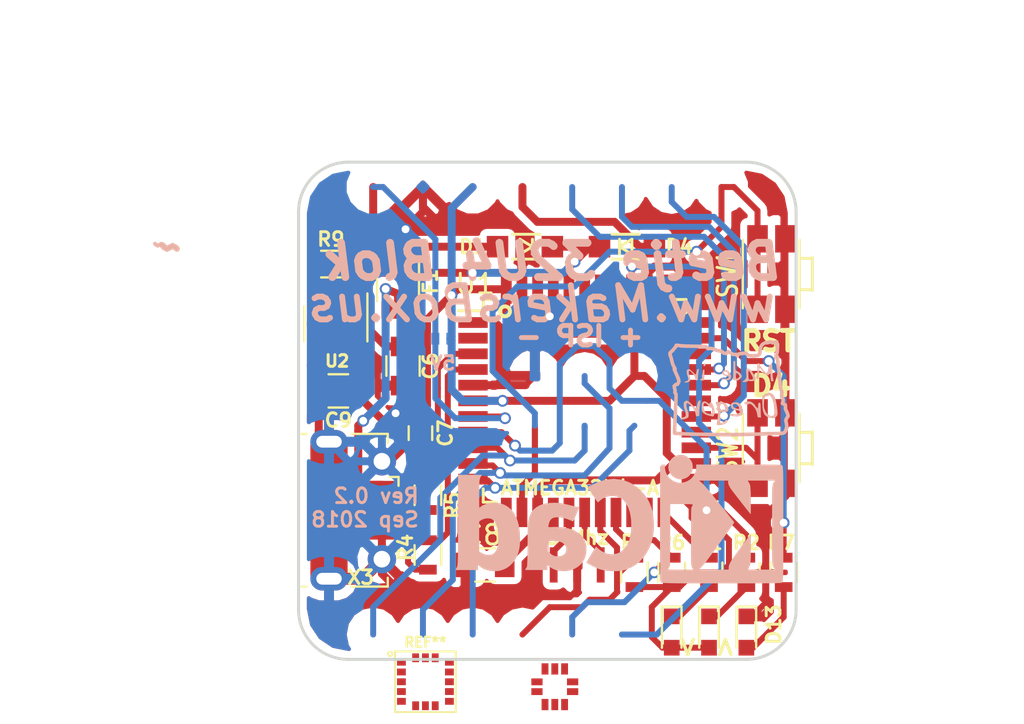
<source format=kicad_pcb>
(kicad_pcb (version 4) (host pcbnew 4.0.7)
  (title_block (title "Beetje 32U4 Blok") (date 2018-08-10) (rev 0.0) (company www.MakersBox.us) (comment 1 648.ken@gmail.com))
  (layers (0 F.Cu signal) (31 B.Cu signal hide) (34 B.Paste user) (35 F.Paste user) (36 B.SilkS user) (37 F.SilkS user) (38 B.Mask user) (39 F.Mask user) (44 Edge.Cuts user))
  (net 0 "")
  (net 1 GND)
  (net 2 /AREF)
  (net 3 VBUS)
  (net 4 +BATT)
  (net 5 /D4)
  (net 6 /D6)
  (net 7 /D8)
  (net 8 /D13)
  (net 9 /D12)
  (net 10 /D11)
  (net 11 /D10)
  (net 12 /D9)
  (net 13 /D7)
  (net 14 /SCL)
  (net 15 /SDA)
  (net 16 /D1)
  (net 17 /D0)
  (net 18 /A0)
  (net 19 /A1)
  (net 20 /A2)
  (net 21 /A3)
  (net 22 /A4)
  (net 23 /A5)
  (net 24 /SCK)
  (net 25 /MOSI)
  (net 26 /MISO)
  (net 27 "Net-(R4-Pad2)")
  (net 28 "Net-(R5-Pad2)")
  (net 29 "Net-(R9-Pad1)")
  (net 30 "Net-(U1-Pad2)")
  (net 31 "Net-(U1-Pad16)")
  (net 32 "Net-(U1-Pad17)")
  (net 33 /D5)
  (net 34 "Net-(U2-Pad4)")
  (net 35 "Net-(X3-Pad4)")
  (net 36 /RXLED)
  (net 37 /TXLED)
  (net 38 /VHI)
  (net 39 /~RESET)
  (net 40 /D+)
  (net 41 /D-)
  (net 42 VCC)
  (net 43 "Net-(D13-Pad2)")
  (net 44 "Net-(F1-Pad2)")
  (net 45 "Net-(D3-Pad1)")
  (net 46 "Net-(D5-Pad1)")
  (module footprints:EVQ-P7A (layer F.Cu) (at 166.37 100.965 90)
    (fp_text reference SW2 (at -0.127 -2.2225 90) (layer F.SilkS) (effects (font (size 1 0.8))))
    (fp_text value D4 (at 3.175 0 180) (layer F.SilkS) (effects (font (thickness 0.25))))
    (pad 2 smd rect (at 1.8 0.725 90) (size 1.4 1.05) (layers F.Cu F.Paste F.Mask) (net 1 GND))
    (pad 2 smd rect (at -1.8 0.725 90) (size 1.4 1.05) (layers F.Cu F.Paste F.Mask) (net 1 GND))
    (pad 1 smd rect (at 1.8 -0.7 90) (size 1.4 1.05) (layers F.Cu F.Paste F.Mask) (net 5 /D4))
    (pad 1 smd rect (at -1.8 -0.7 90) (size 1.4 1.05) (layers F.Cu F.Paste F.Mask) (net 5 /D4))
  )
  (module footprints:D_SOD-123F (layer F.Cu) (at 159.004 90.678)
    (fp_text reference D4 (at 2.667 0) (layer F.SilkS) (effects (font (size 0.7 0.7))))
    (fp_text value MBR120)
    (pad 1 smd rect (at -1.4 0) (size 1.1 1.1) (layers F.Cu F.Paste F.Mask) (net 38 /VHI))
    (pad 2 smd rect (at 1.4 0) (size 1.1 1.1) (layers F.Cu F.Paste F.Mask) (net 4 +BATT))
  )
  (module footprints:D_SOD-123F (layer F.Cu) (at 153.797 90.678 180)
    (fp_text reference D1 (at 2.667 0 180) (layer F.SilkS) (effects (font (size 0.7 0.7))))
    (fp_text value MBR120)
    (pad 1 smd rect (at -1.4 0 180) (size 1.1 1.1) (layers F.Cu F.Paste F.Mask) (net 38 /VHI))
    (pad 2 smd rect (at 1.4 0 180) (size 1.1 1.1) (layers F.Cu F.Paste F.Mask) (net 3 VBUS))
  )
  (module footprints:Jumper (layer B.Cu) (at 149.606 95.377 180)
    (fp_text reference JMP1 hide)
    (fp_text value 5V (at 0 -1.25 180) (layer B.SilkS) (effects (font (size 0.7 0.7)) (justify mirror)))
    (pad 1 smd rect (at -0.381 0 180) (size 0.4 0.6) (layers B.Cu B.Paste B.Mask) (net 42 VCC))
    (pad 2 smd rect (at 0.381 0 180) (size 0.4 0.6) (layers B.Cu B.Paste B.Mask) (net 3 VBUS))
  )
  (module footprints:LED_0603 (layer F.Cu) (at 161.29 110.363 270)
    (fp_text reference D3 hide)
    (fp_text value TX hide)
    (pad 2 smd rect (at 0.8 0 90) (size 0.8 0.8) (layers F.Cu F.Paste F.Mask) (net 42 VCC))
    (pad 1 smd rect (at -0.8 0 90) (size 0.8 0.8) (layers F.Cu F.Paste F.Mask) (net 45 "Net-(D3-Pad1)"))
  )
  (module footprints:Resonator_SMD_CTSC_1.3mmx3.2mm (layer F.Cu) (at 156.464 106.934 180)
    (fp_text reference Y1 hide)
    (fp_text value "8 Mhz" (at 0 1.397 180) (layer F.SilkS) (effects (font (size 0.7 0.7))))
    (pad 1 smd rect (at -1.2 0 180) (size 0.4 1.8) (layers F.Cu F.Paste F.Mask) (net 32 "Net-(U1-Pad17)"))
    (pad 2 smd rect (at 0 0 180) (size 0.4 1.8) (layers F.Cu F.Paste F.Mask) (net 1 GND))
    (pad 3 smd rect (at 1.2 0 180) (size 0.4 1.8) (layers F.Cu F.Paste F.Mask) (net 31 "Net-(U1-Pad16)"))
  )
  (module footprints:EVQ-P7A (layer F.Cu) (at 166.37 92.075 90)
    (fp_text reference SW1 (at 0 -2.2225 270) (layer F.SilkS) (effects (font (size 1 0.8))))
    (fp_text value RST (at -3.429 -0.127 180) (layer F.SilkS) (effects (font (thickness 0.25))))
    (pad 2 smd rect (at 1.8 0.725 90) (size 1.4 1.05) (layers F.Cu F.Paste F.Mask) (net 1 GND))
    (pad 2 smd rect (at -1.8 0.725 90) (size 1.4 1.05) (layers F.Cu F.Paste F.Mask) (net 1 GND))
    (pad 1 smd rect (at 1.8 -0.7 90) (size 1.4 1.05) (layers F.Cu F.Paste F.Mask) (net 39 /~RESET))
    (pad 1 smd rect (at -1.8 -0.7 90) (size 1.4 1.05) (layers F.Cu F.Paste F.Mask) (net 39 /~RESET))
  )
  (module myFootPrints:MadeInOregonRev25 (layer F.Cu) (at 164.211 97.917)
    (fp_text reference VAL hide)
    (fp_text value MadeInOregonRev25 hide)
  )
  (module footprints:KiCad-Logo2_8mm_SilkScreen (layer B.Cu) (at 158.623 105.283 180)
    (fp_text reference REF*** hide)
    (fp_text value KiCad-Logo2_8mm_SilkScreen hide)
  )
  (module footprints:C_0805 (layer F.Cu) (at 147.574 96.774 270)
    (fp_text reference C6 (at 0 -1.397 270) (layer F.SilkS) (effects (font (size 0.7 0.7))))
    (fp_text value 10uF)
    (pad 1 smd rect (at -1 0 270) (size 1 1.25) (layers F.Cu F.Paste F.Mask) (net 38 /VHI))
    (pad 2 smd rect (at 1 0 270) (size 1 1.25) (layers F.Cu F.Paste F.Mask) (net 1 GND))
  )
  (module footprints:C_0603 (layer F.Cu) (at 148.463 100.203 270)
    (fp_text reference C7 (at 0 -1.27 450) (layer F.SilkS) (effects (font (size 0.7 0.7))))
    (fp_text value 1uF)
    (pad 2 smd rect (at 0.75 0 270) (size 0.8 0.75) (layers F.Cu F.Paste F.Mask) (net 1 GND))
    (pad 1 smd rect (at -0.75 0 270) (size 0.8 0.75) (layers F.Cu F.Paste F.Mask) (net 42 VCC))
  )
  (module footprints:C_0805 (layer F.Cu) (at 151.765 106.934 180)
    (fp_text reference C8 (at 0.127 1.524 180) (layer F.SilkS))
    (fp_text value 10uF)
    (pad 1 smd rect (at -1 0 180) (size 1 1.25) (layers F.Cu F.Paste F.Mask) (net 42 VCC))
    (pad 2 smd rect (at 1 0 180) (size 1 1.25) (layers F.Cu F.Paste F.Mask) (net 1 GND))
  )
  (module footprints:C_0805 (layer F.Cu) (at 144.272 98.044 180)
    (fp_text reference C9 (at 0 -1.5 180) (layer F.SilkS) (effects (font (size 0.7 0.7))))
    (fp_text value 10uF)
    (pad 1 smd rect (at -1 0 180) (size 1 1.25) (layers F.Cu F.Paste F.Mask) (net 42 VCC))
    (pad 2 smd rect (at 1 0 180) (size 1 1.25) (layers F.Cu F.Paste F.Mask) (net 1 GND))
  )
  (module footprints:LED_0603 (layer F.Cu) (at 163.195 110.363 270)
    (fp_text reference D5 hide)
    (fp_text value RX hide)
    (pad 2 smd rect (at 0.8 0 90) (size 0.8 0.8) (layers F.Cu F.Paste F.Mask) (net 42 VCC))
    (pad 1 smd rect (at -0.8 0 90) (size 0.8 0.8) (layers F.Cu F.Paste F.Mask) (net 46 "Net-(D5-Pad1)"))
  )
  (module footprints:LED_0603 (layer F.Cu) (at 165.1 110.363 270)
    (fp_text reference D13 (at -0.381 -1.397 270) (layer F.SilkS) (effects (font (size 0.7 0.7))))
    (fp_text value D13)
    (pad 2 smd rect (at 0.8 0 90) (size 0.8 0.8) (layers F.Cu F.Paste F.Mask) (net 43 "Net-(D13-Pad2)"))
    (pad 1 smd rect (at -0.8 0 90) (size 0.8 0.8) (layers F.Cu F.Paste F.Mask) (net 1 GND))
  )
  (module footprints:R_1206 (layer F.Cu) (at 147.32 92.456 270)
    (fp_text reference F1 (at 0 -1.651 270) (layer F.SilkS) (effects (font (size 0.7 0.7))))
    (fp_text value Polyfuse)
    (pad 1 smd rect (at -1.45 0 270) (size 0.9 1.7) (layers F.Cu F.Paste F.Mask) (net 3 VBUS))
    (pad 2 smd rect (at 1.45 0 270) (size 0.9 1.7) (layers F.Cu F.Paste F.Mask) (net 44 "Net-(F1-Pad2)"))
  )
  (module footprints:R_0603 (layer F.Cu) (at 163.195 107.315 270)
    (fp_text reference R1 (at -1.524 0 360) (layer F.SilkS) (effects (font (size 0.7 0.7))))
    (fp_text value 180)
    (pad 1 smd rect (at -0.75 0 270) (size 0.5 0.9) (layers F.Cu F.Paste F.Mask) (net 37 /TXLED))
    (pad 2 smd rect (at 0.75 0 270) (size 0.5 0.9) (layers F.Cu F.Paste F.Mask) (net 45 "Net-(D3-Pad1)"))
  )
  (module footprints:R_0603 (layer F.Cu) (at 165.1 107.315 270)
    (fp_text reference R2 (at -1.524 0 360) (layer F.SilkS) (effects (font (size 0.7 0.7))))
    (fp_text value 180)
    (pad 1 smd rect (at -0.75 0 270) (size 0.5 0.9) (layers F.Cu F.Paste F.Mask) (net 36 /RXLED))
    (pad 2 smd rect (at 0.75 0 270) (size 0.5 0.9) (layers F.Cu F.Paste F.Mask) (net 46 "Net-(D5-Pad1)"))
  )
  (module footprints:R_0603 (layer F.Cu) (at 148.844 106.426 270)
    (fp_text reference R4 (at -0.381 1.143 450) (layer F.SilkS) (effects (font (size 0.7 0.7))))
    (fp_text value 22)
    (pad 1 smd rect (at -0.75 0 270) (size 0.5 0.9) (layers F.Cu F.Paste F.Mask) (net 40 /D+))
    (pad 2 smd rect (at 0.75 0 270) (size 0.5 0.9) (layers F.Cu F.Paste F.Mask) (net 27 "Net-(R4-Pad2)"))
  )
  (module footprints:R_0603 (layer F.Cu) (at 148.844 103.378 270)
    (fp_text reference R5 (at 0.508 -1.27 450) (layer F.SilkS) (effects (font (size 0.7 0.7))))
    (fp_text value 22)
    (pad 1 smd rect (at -0.75 0 270) (size 0.5 0.9) (layers F.Cu F.Paste F.Mask) (net 41 /D-))
    (pad 2 smd rect (at 0.75 0 270) (size 0.5 0.9) (layers F.Cu F.Paste F.Mask) (net 28 "Net-(R5-Pad2)"))
  )
  (module footprints:R_0603 (layer F.Cu) (at 167.005 107.315 90)
    (fp_text reference R7 (at 1.524 -0.127 180) (layer F.SilkS) (effects (font (size 0.7 0.7))))
    (fp_text value 180)
    (pad 1 smd rect (at -0.75 0 90) (size 0.5 0.9) (layers F.Cu F.Paste F.Mask) (net 43 "Net-(D13-Pad2)"))
    (pad 2 smd rect (at 0.75 0 90) (size 0.5 0.9) (layers F.Cu F.Paste F.Mask) (net 8 /D13))
  )
  (module footprints:R_0603 (layer F.Cu) (at 143.891 91.567)
    (fp_text reference R9 (at 0 -1.27) (layer F.SilkS) (effects (font (size 0.7 0.7))))
    (fp_text value 100K)
    (pad 1 smd rect (at -0.75 0) (size 0.5 0.9) (layers F.Cu F.Paste F.Mask) (net 29 "Net-(R9-Pad1)"))
    (pad 2 smd rect (at 0.75 0) (size 0.5 0.9) (layers F.Cu F.Paste F.Mask) (net 38 /VHI))
  )
  (module footprints:TQFP-44_10x10mm_Pitch0.8mm (layer F.Cu) (at 156.845 98.552)
    (fp_text reference U1 (at -5.588 -5.969) (layer F.SilkS))
    (fp_text value ATMEGA32U4-AU (at 0.127 4.445) (layer F.SilkS) (effects (font (size 0.7 0.7))))
    (pad 1 smd rect (at -5.7 -4) (size 1.5 0.55) (layers F.Cu F.Paste F.Mask) (net 13 /D7))
    (pad 2 smd rect (at -5.7 -3.2) (size 1.5 0.55) (layers F.Cu F.Paste F.Mask) (net 30 "Net-(U1-Pad2)"))
    (pad 3 smd rect (at -5.7 -2.4) (size 1.5 0.55) (layers F.Cu F.Paste F.Mask) (net 41 /D-))
    (pad 4 smd rect (at -5.7 -1.6) (size 1.5 0.55) (layers F.Cu F.Paste F.Mask) (net 40 /D+))
    (pad 5 smd rect (at -5.7 -0.8) (size 1.5 0.55) (layers F.Cu F.Paste F.Mask) (net 1 GND))
    (pad 6 smd rect (at -5.7 0) (size 1.5 0.55) (layers F.Cu F.Paste F.Mask) (net 42 VCC))
    (pad 7 smd rect (at -5.7 0.8) (size 1.5 0.55) (layers F.Cu F.Paste F.Mask) (net 3 VBUS))
    (pad 8 smd rect (at -5.7 1.6) (size 1.5 0.55) (layers F.Cu F.Paste F.Mask) (net 36 /RXLED))
    (pad 9 smd rect (at -5.7 2.4) (size 1.5 0.55) (layers F.Cu F.Paste F.Mask) (net 24 /SCK))
    (pad 10 smd rect (at -5.7 3.2) (size 1.5 0.55) (layers F.Cu F.Paste F.Mask) (net 25 /MOSI))
    (pad 11 smd rect (at -5.7 4) (size 1.5 0.55) (layers F.Cu F.Paste F.Mask) (net 26 /MISO))
    (pad 12 smd rect (at -4 5.7 90) (size 1.5 0.55) (layers F.Cu F.Paste F.Mask) (net 10 /D11))
    (pad 13 smd rect (at -3.2 5.7 90) (size 1.5 0.55) (layers F.Cu F.Paste F.Mask) (net 39 /~RESET))
    (pad 14 smd rect (at -2.4 5.7 90) (size 1.5 0.55) (layers F.Cu F.Paste F.Mask) (net 42 VCC))
    (pad 15 smd rect (at -1.6 5.7 90) (size 1.5 0.55) (layers F.Cu F.Paste F.Mask) (net 1 GND))
    (pad 16 smd rect (at -0.8 5.7 90) (size 1.5 0.55) (layers F.Cu F.Paste F.Mask) (net 31 "Net-(U1-Pad16)"))
    (pad 17 smd rect (at 0 5.7 90) (size 1.5 0.55) (layers F.Cu F.Paste F.Mask) (net 32 "Net-(U1-Pad17)"))
    (pad 18 smd rect (at 0.8 5.7 90) (size 1.5 0.55) (layers F.Cu F.Paste F.Mask) (net 14 /SCL))
    (pad 19 smd rect (at 1.6 5.7 90) (size 1.5 0.55) (layers F.Cu F.Paste F.Mask) (net 15 /SDA))
    (pad 20 smd rect (at 2.4 5.7 90) (size 1.5 0.55) (layers F.Cu F.Paste F.Mask) (net 17 /D0))
    (pad 21 smd rect (at 3.2 5.7 90) (size 1.5 0.55) (layers F.Cu F.Paste F.Mask) (net 16 /D1))
    (pad 22 smd rect (at 4 5.7 90) (size 1.5 0.55) (layers F.Cu F.Paste F.Mask) (net 37 /TXLED))
    (pad 23 smd rect (at 5.7 4) (size 1.5 0.55) (layers F.Cu F.Paste F.Mask) (net 1 GND))
    (pad 24 smd rect (at 5.7 3.2) (size 1.5 0.55) (layers F.Cu F.Paste F.Mask) (net 42 VCC))
    (pad 25 smd rect (at 5.7 2.4) (size 1.5 0.55) (layers F.Cu F.Paste F.Mask) (net 5 /D4))
    (pad 26 smd rect (at 5.7 1.6) (size 1.5 0.55) (layers F.Cu F.Paste F.Mask) (net 9 /D12))
    (pad 27 smd rect (at 5.7 0.8) (size 1.5 0.55) (layers F.Cu F.Paste F.Mask) (net 6 /D6))
    (pad 28 smd rect (at 5.7 0) (size 1.5 0.55) (layers F.Cu F.Paste F.Mask) (net 7 /D8))
    (pad 29 smd rect (at 5.7 -0.8) (size 1.5 0.55) (layers F.Cu F.Paste F.Mask) (net 12 /D9))
    (pad 30 smd rect (at 5.7 -1.6) (size 1.5 0.55) (layers F.Cu F.Paste F.Mask) (net 11 /D10))
    (pad 31 smd rect (at 5.7 -2.4) (size 1.5 0.55) (layers F.Cu F.Paste F.Mask) (net 33 /D5))
    (pad 32 smd rect (at 5.7 -3.2) (size 1.5 0.55) (layers F.Cu F.Paste F.Mask) (net 8 /D13))
    (pad 33 smd rect (at 5.7 -4) (size 1.5 0.55) (layers F.Cu F.Paste F.Mask) (net 42 VCC))
    (pad 34 smd rect (at 4 -5.7 90) (size 1.5 0.55) (layers F.Cu F.Paste F.Mask) (net 42 VCC))
    (pad 35 smd rect (at 3.2 -5.7 90) (size 1.5 0.55) (layers F.Cu F.Paste F.Mask) (net 1 GND))
    (pad 36 smd rect (at 2.4 -5.7 90) (size 1.5 0.55) (layers F.Cu F.Paste F.Mask) (net 18 /A0))
    (pad 37 smd rect (at 1.6 -5.7 90) (size 1.5 0.55) (layers F.Cu F.Paste F.Mask) (net 19 /A1))
    (pad 38 smd rect (at 0.8 -5.7 90) (size 1.5 0.55) (layers F.Cu F.Paste F.Mask) (net 20 /A2))
    (pad 39 smd rect (at 0 -5.7 90) (size 1.5 0.55) (layers F.Cu F.Paste F.Mask) (net 21 /A3))
    (pad 40 smd rect (at -0.8 -5.7 90) (size 1.5 0.55) (layers F.Cu F.Paste F.Mask) (net 22 /A4))
    (pad 41 smd rect (at -1.6 -5.7 90) (size 1.5 0.55) (layers F.Cu F.Paste F.Mask) (net 23 /A5))
    (pad 42 smd rect (at -2.4 -5.7 90) (size 1.5 0.55) (layers F.Cu F.Paste F.Mask) (net 2 /AREF))
    (pad 43 smd rect (at -3.2 -5.7 90) (size 1.5 0.55) (layers F.Cu F.Paste F.Mask) (net 1 GND))
    (pad 44 smd rect (at -4 -5.7 90) (size 1.5 0.55) (layers F.Cu F.Paste F.Mask) (net 42 VCC))
  )
  (module footprints:SOT-23-5 (layer F.Cu) (at 144.145 94.615 270)
    (fp_text reference U2 (at 1.905 -0.0635 360) (layer F.SilkS) (effects (font (size 0.6 0.6))))
    (fp_text value MIC5225-3.3)
    (pad 1 smd rect (at -1.1 -0.95 270) (size 1.06 0.65) (layers F.Cu F.Paste F.Mask) (net 38 /VHI))
    (pad 2 smd rect (at -1.1 0 270) (size 1.06 0.65) (layers F.Cu F.Paste F.Mask) (net 1 GND))
    (pad 3 smd rect (at -1.1 0.95 270) (size 1.06 0.65) (layers F.Cu F.Paste F.Mask) (net 29 "Net-(R9-Pad1)"))
    (pad 4 smd rect (at 1.1 0.95 270) (size 1.06 0.65) (layers F.Cu F.Paste F.Mask) (net 34 "Net-(U2-Pad4)"))
    (pad 5 smd rect (at 1.1 -0.95 270) (size 1.06 0.65) (layers F.Cu F.Paste F.Mask) (net 42 VCC))
  )
  (module footprints:USB_Micro-B_Molex-105017-0001 (layer F.Cu) (at 144.145 104.14 270)
    (fp_text reference X3 (at 3.429 -1.27 360) (layer F.SilkS) (effects (font (size 0.7 0.7))))
    (fp_text value USB_OTG)
    (pad 6 smd rect (at 1 0.35 270) (size 1.5 1.9) (layers F.Cu F.Paste F.Mask) (net 1 GND))
    (pad 6 thru_hole circle (at -2.5 -2.35 270) (size 1.45 1.45) (drill 0.85) (layers *.Cu *.Mask) (net 1 GND))
    (pad 2 smd rect (at -0.65 -2.35 270) (size 0.4 1.35) (layers F.Cu F.Paste F.Mask) (net 28 "Net-(R5-Pad2)"))
    (pad 1 smd rect (at -1.3 -2.35 270) (size 0.4 1.35) (layers F.Cu F.Paste F.Mask) (net 44 "Net-(F1-Pad2)"))
    (pad 5 smd rect (at 1.3 -2.35 270) (size 0.4 1.35) (layers F.Cu F.Paste F.Mask) (net 1 GND))
    (pad 4 smd rect (at 0.65 -2.35 270) (size 0.4 1.35) (layers F.Cu F.Paste F.Mask) (net 35 "Net-(X3-Pad4)"))
    (pad 3 smd rect (at 0 -2.35 270) (size 0.4 1.35) (layers F.Cu F.Paste F.Mask) (net 27 "Net-(R4-Pad2)"))
    (pad 6 thru_hole circle (at 2.5 -2.35 270) (size 1.45 1.45) (drill 0.85) (layers *.Cu *.Mask) (net 1 GND))
    (pad 6 smd rect (at -1 0.35 270) (size 1.5 1.9) (layers F.Cu F.Paste F.Mask) (net 1 GND))
    (pad 6 thru_hole oval (at -3.5 0.35 90) (size 1.2 1.9) (drill oval 0.6 1.3) (layers *.Cu *.Mask) (net 1 GND))
    (pad 6 thru_hole oval (at 3.5 0.35 270) (size 1.2 1.9) (drill oval 0.6 1.3) (layers *.Cu *.Mask) (net 1 GND))
    (pad 6 smd rect (at 2.9 0.35 270) (size 1.2 1.9) (layers F.Cu F.Mask) (net 1 GND))
    (pad 6 smd rect (at -2.9 0.35 270) (size 1.2 1.9) (layers F.Cu F.Mask) (net 1 GND))
  )
  (module footprints:R_0603 (layer F.Cu) (at 159.385 107.315 270)
    (fp_text reference R3 (at -1.524 0 360) (layer F.SilkS) (effects (font (size 0.7 0.7))))
    (fp_text value 4K7)
    (pad 1 smd rect (at -0.75 0 270) (size 0.5 0.9) (layers F.Cu F.Paste F.Mask) (net 14 /SCL))
    (pad 2 smd rect (at 0.75 0 270) (size 0.5 0.9) (layers F.Cu F.Paste F.Mask) (net 42 VCC))
  )
  (module footprints:R_0603 (layer F.Cu) (at 161.29 107.315 270)
    (fp_text reference R6 (at -1.524 0 360) (layer F.SilkS) (effects (font (size 0.7 0.7))))
    (fp_text value 4K7)
    (pad 1 smd rect (at -0.75 0 270) (size 0.5 0.9) (layers F.Cu F.Paste F.Mask) (net 15 /SDA))
    (pad 2 smd rect (at 0.75 0 270) (size 0.5 0.9) (layers F.Cu F.Paste F.Mask) (net 42 VCC))
  )
  (module footprints:LIS3DH (layer F.Cu) (at 148.717 112.903)
    (fp_text reference REF** (at 0 -2.02) (layer F.SilkS) (effects (font (size 0.5 0.5) (thickness 0.125))))
    (fp_text value LIS3DH)
    (pad 3 smd rect (at -1.225 0) (size 0.45 0.35) (layers F.Cu F.Paste F.Mask))
    (pad 11 smd rect (at 1.225 0) (size 0.45 0.35) (layers F.Cu F.Paste F.Mask))
    (pad 2 smd rect (at -1.225 -0.5) (size 0.45 0.35) (layers F.Cu F.Paste F.Mask))
    (pad 12 smd rect (at 1.225 -0.5) (size 0.45 0.35) (layers F.Cu F.Paste F.Mask))
    (pad 1 smd rect (at -1.225 -1) (size 0.45 0.35) (layers F.Cu F.Paste F.Mask))
    (pad 13 smd rect (at 1.225 -1) (size 0.45 0.35) (layers F.Cu F.Paste F.Mask))
    (pad 9 smd rect (at 1.225 1) (size 0.45 0.35) (layers F.Cu F.Paste F.Mask))
    (pad 10 smd rect (at 1.225 0.5) (size 0.45 0.35) (layers F.Cu F.Paste F.Mask))
    (pad 7 smd rect (at 0 1.225 90) (size 0.45 0.35) (layers F.Cu F.Paste F.Mask))
    (pad 4 smd rect (at -1.225 0.5) (size 0.45 0.35) (layers F.Cu F.Paste F.Mask))
    (pad 5 smd rect (at -1.225 1) (size 0.45 0.35) (layers F.Cu F.Paste F.Mask))
    (pad 8 smd rect (at 0.5 1.225 90) (size 0.45 0.35) (layers F.Cu F.Paste F.Mask))
    (pad 6 smd rect (at -0.5 1.225 90) (size 0.45 0.35) (layers F.Cu F.Paste F.Mask))
    (pad 15 smd rect (at 0 -1.225 90) (size 0.45 0.35) (layers F.Cu F.Paste F.Mask))
    (pad 14 smd rect (at 0.5 -1.225 90) (size 0.45 0.35) (layers F.Cu F.Paste F.Mask))
    (pad 16 smd rect (at -0.5 -1.225 90) (size 0.45 0.35) (layers F.Cu F.Paste F.Mask))
  )
  (module footprints:ST_HLGA-10_2.5x2.5mm_P0.6mm_LayoutBorder3x2y (layer F.Cu) (at 155.321 113.157)
    (fp_text reference U2)
    (fp_text value LPS22HB)
    (pad 4 smd rect (at 0 -0.91) (size 0.35 0.575) (layers F.Cu F.Paste F.Mask))
    (pad 3 smd rect (at 0.5 -0.91) (size 0.35 0.575) (layers F.Cu F.Paste F.Mask))
    (pad 5 smd rect (at -0.5 -0.91) (size 0.35 0.575) (layers F.Cu F.Paste F.Mask))
    (pad 9 smd rect (at 0 0.91) (size 0.35 0.575) (layers F.Cu F.Paste F.Mask))
    (pad 10 smd rect (at 0.5 0.91) (size 0.35 0.575) (layers F.Cu F.Paste F.Mask))
    (pad 8 smd rect (at -0.5 0.91) (size 0.35 0.575) (layers F.Cu F.Paste F.Mask))
    (pad 6 smd rect (at -0.91 -0.25 90) (size 0.35 0.575) (layers F.Cu F.Paste F.Mask))
    (pad 7 smd rect (at -0.91 0.25 90) (size 0.35 0.575) (layers F.Cu F.Paste F.Mask))
    (pad 2 smd rect (at 0.91 -0.25 90) (size 0.35 0.575) (layers F.Cu F.Paste F.Mask))
    (pad 1 smd rect (at 0.91 0.25 90) (size 0.35 0.575) (layers F.Cu F.Paste F.Mask))
  )
  (gr_text > (at 163.957 111.125 90) (layer F.SilkS) (effects (font (size 1 1) (thickness 0.175))))
  (gr_text > (at 162.179 111.125 270) (layer F.SilkS) (effects (font (size 1 1) (thickness 0.175))))
  (gr_text "Rev 0.2\nSep 2018" (at 148.463 104.013) (layer B.SilkS) (effects (font (size 0.75 0.75)) (justify left mirror)))
  (gr_line (start 142.24 109.22) (end 142.24 88.9) (angle 90) (layer Edge.Cuts) (width 0.15))
  (gr_line (start 165.1 111.76) (end 144.78 111.76) (angle 90) (layer Edge.Cuts) (width 0.15))
  (gr_line (start 167.64 88.9) (end 167.64 109.22) (angle 90) (layer Edge.Cuts) (width 0.15))
  (gr_line (start 144.78 86.36) (end 165.1 86.36) (angle 90) (layer Edge.Cuts) (width 0.15))
  (gr_arc (start 144.78 88.9) (end 142.24 88.9) (angle 90) (layer Edge.Cuts) (width 0.15))
  (gr_arc (start 144.78 109.22) (end 144.78 111.76) (angle 90) (layer Edge.Cuts) (width 0.15))
  (gr_arc (start 165.1 109.22) (end 167.64 109.22) (angle 90) (layer Edge.Cuts) (width 0.15))
  (gr_arc (start 165.1 88.9) (end 165.1 86.36) (angle 90) (layer Edge.Cuts) (width 0.15))
  (gr_text "+ ISP -" (at 156.591 95.25) (layer B.SilkS) (effects (font (size 1 1) (thickness 0.25)) (justify mirror)))
  (gr_circle (center 152.781 93.98) (end 152.781 93.726) (layer F.SilkS) (width 0.2))
  (gr_text www.MakersBox.us (at 166.878 93.599) (layer B.SilkS) (effects (font (size 1.75 1.75) (thickness 0.3) italic) (justify left mirror)))
  (gr_text "Beetje 32U4 Blok\n" (at 167.132 91.44) (layer B.SilkS) (effects (font (size 1.75 1.75) (thickness 0.4) italic) (justify left mirror)))
  (gr_text ~ (at 135.636 90.678) (layer B.SilkS) (effects (font (size 1.5 1.5) (thickness 0.3)) (justify mirror)))
  (gr_text ~ (at 135.128 90.551) (layer B.SilkS) (effects (font (size 1 1) (thickness 0.2)) (justify mirror)))
  (segment (start 165.1 109.563) (end 165.392 109.563) (width 0.3048) (layer F.Cu) (net 1))
  (segment (start 165.392 109.563) (end 166.116 108.839) (width 0.3048) (layer F.Cu) (net 1))
  (segment (start 166.116 105.029) (end 165.227 104.14) (width 0.3048) (layer F.Cu) (net 1))
  (segment (start 166.116 108.839) (end 166.116 105.029) (width 0.3048) (layer F.Cu) (net 1))
  (segment (start 165.1 104.14) (end 165.227 104.14) (width 0.4064) (layer F.Cu) (net 1))
  (segment (start 165.227 104.14) (end 166.37 104.14) (width 0.4064) (layer F.Cu) (net 1))
  (segment (start 166.37 104.14) (end 167.095 103.415) (width 0.4064) (layer F.Cu) (net 1))
  (segment (start 162.545 102.552) (end 163.512 102.552) (width 0.4064) (layer F.Cu) (net 1))
  (segment (start 163.512 102.552) (end 165.1 104.14) (width 0.4064) (layer F.Cu) (net 1))
  (segment (start 167.095 96.393) (end 167.095 96.356) (width 0.4064) (layer F.Cu) (net 1))
  (segment (start 164.211 93.218) (end 162.687 91.694) (width 0.4064) (layer F.Cu) (net 1))
  (segment (start 164.211 94.615) (end 164.211 93.218) (width 0.4064) (layer F.Cu) (net 1))
  (segment (start 165.1 95.504) (end 164.211 94.615) (width 0.4064) (layer F.Cu) (net 1))
  (segment (start 166.243 95.504) (end 165.1 95.504) (width 0.4064) (layer F.Cu) (net 1))
  (segment (start 167.095 96.356) (end 166.243 95.504) (width 0.4064) (layer F.Cu) (net 1))
  (segment (start 147.193 99.187) (end 147.574 98.806) (width 0.4064) (layer B.Cu) (net 1))
  (segment (start 148.59 88.9) (end 148.59 87.63) (width 0.4064) (layer F.Cu) (net 1))
  (segment (start 147.701 89.789) (end 148.59 88.9) (width 0.4064) (layer F.Cu) (net 1))
  (via (at 147.701 89.789) (size 0.6) (drill 0.4) (layers F.Cu B.Cu) (net 1))
  (segment (start 147.574 89.916) (end 147.701 89.789) (width 0.4064) (layer B.Cu) (net 1))
  (segment (start 147.574 98.806) (end 147.574 89.916) (width 0.4064) (layer B.Cu) (net 1))
  (segment (start 143.795 107.64) (end 145.495 107.64) (width 0.6096) (layer F.Cu) (net 1))
  (segment (start 145.495 107.64) (end 146.495 106.64) (width 0.6096) (layer F.Cu) (net 1))
  (segment (start 167.095 93.875) (end 167.095 90.275) (width 0.3048) (layer F.Cu) (net 1))
  (segment (start 167.095 103.415) (end 167.095 102.765) (width 0.4064) (layer F.Cu) (net 1))
  (segment (start 167.095 99.8) (end 167.095 96.393) (width 0.4064) (layer F.Cu) (net 1))
  (segment (start 167.095 96.393) (end 167.095 93.875) (width 0.4064) (layer F.Cu) (net 1))
  (segment (start 160.045 92.05) (end 160.401 91.694) (width 0.4064) (layer F.Cu) (net 1))
  (segment (start 160.045 92.852) (end 160.045 92.05) (width 0.4064) (layer F.Cu) (net 1))
  (segment (start 160.401 91.694) (end 162.687 91.694) (width 0.4064) (layer F.Cu) (net 1))
  (segment (start 165.138 109.601) (end 165.1 109.563) (width 0.3048) (layer F.Cu) (net 1))
  (segment (start 153.645 92.852) (end 153.645 90.018) (width 0.4064) (layer F.Cu) (net 1))
  (segment (start 148.59 88.646) (end 148.59 87.63) (width 0.4064) (layer F.Cu) (net 1))
  (segment (start 149.352 89.408) (end 148.59 88.646) (width 0.4064) (layer F.Cu) (net 1))
  (segment (start 153.035 89.408) (end 149.352 89.408) (width 0.4064) (layer F.Cu) (net 1))
  (segment (start 153.645 90.018) (end 153.035 89.408) (width 0.4064) (layer F.Cu) (net 1))
  (segment (start 152.908 108.712) (end 153.162 108.712) (width 0.4064) (layer F.Cu) (net 1))
  (segment (start 150.765 108.22) (end 151.257 108.712) (width 0.4064) (layer F.Cu) (net 1))
  (segment (start 151.257 108.712) (end 152.908 108.712) (width 0.4064) (layer F.Cu) (net 1))
  (segment (start 150.765 106.68) (end 150.765 108.22) (width 0.4064) (layer F.Cu) (net 1))
  (segment (start 153.162 108.712) (end 154.305 107.569) (width 0.4064) (layer F.Cu) (net 1))
  (segment (start 154.305 107.569) (end 154.305 106.172) (width 0.3048) (layer F.Cu) (net 1))
  (segment (start 154.305 106.172) (end 154.432 106.045) (width 0.3048) (layer F.Cu) (net 1))
  (segment (start 155.245 105.232) (end 155.245 104.252) (width 0.3048) (layer F.Cu) (net 1))
  (segment (start 154.432 106.045) (end 155.245 105.232) (width 0.3048) (layer F.Cu) (net 1))
  (segment (start 156.464 106.934) (end 156.464 108.204) (width 0.3048) (layer F.Cu) (net 1))
  (segment (start 156.464 108.204) (end 156.083 108.585) (width 0.3048) (layer F.Cu) (net 1))
  (segment (start 156.083 108.585) (end 154.559 108.585) (width 0.3048) (layer F.Cu) (net 1))
  (segment (start 154.559 108.585) (end 154.305 108.331) (width 0.3048) (layer F.Cu) (net 1))
  (segment (start 154.305 108.331) (end 154.305 107.569) (width 0.3048) (layer F.Cu) (net 1))
  (segment (start 146.495 101.64) (end 146.495 99.885) (width 0.4064) (layer B.Cu) (net 1))
  (segment (start 146.495 99.885) (end 147.193 99.187) (width 0.4064) (layer B.Cu) (net 1))
  (via (at 147.193 99.187) (size 0.6) (drill 0.4) (layers F.Cu B.Cu) (net 1))
  (segment (start 147.193 99.187) (end 147.574 98.806) (width 0.4064) (layer F.Cu) (net 1))
  (segment (start 147.574 98.806) (end 147.574 97.774) (width 0.4064) (layer F.Cu) (net 1))
  (segment (start 146.495 101.64) (end 146.899 101.64) (width 0.4064) (layer F.Cu) (net 1))
  (segment (start 146.899 101.64) (end 147.586 100.953) (width 0.4064) (layer F.Cu) (net 1))
  (segment (start 147.586 100.953) (end 148.463 100.953) (width 0.4064) (layer F.Cu) (net 1))
  (segment (start 146.495 106.64) (end 146.495 107.379) (width 0.4064) (layer F.Cu) (net 1))
  (segment (start 150.765 108.188) (end 150.765 106.68) (width 0.4064) (layer F.Cu) (net 1))
  (segment (start 150.368 108.585) (end 150.765 108.188) (width 0.4064) (layer F.Cu) (net 1))
  (segment (start 147.701 108.585) (end 150.368 108.585) (width 0.4064) (layer F.Cu) (net 1))
  (segment (start 146.495 107.379) (end 147.701 108.585) (width 0.4064) (layer F.Cu) (net 1))
  (segment (start 154.305 107.569) (end 154.432 107.569) (width 0.3048) (layer F.Cu) (net 1))
  (segment (start 155.067 94.234) (end 159.766 94.234) (width 0.4064) (layer F.Cu) (net 1))
  (segment (start 160.045 93.955) (end 160.045 92.852) (width 0.4064) (layer F.Cu) (net 1))
  (segment (start 159.766 94.234) (end 160.045 93.955) (width 0.4064) (layer F.Cu) (net 1))
  (segment (start 153.67 93.853) (end 153.67 92.877) (width 0.4064) (layer F.Cu) (net 1))
  (segment (start 154.051 94.234) (end 153.67 93.853) (width 0.4064) (layer F.Cu) (net 1))
  (segment (start 155.067 94.234) (end 154.051 94.234) (width 0.4064) (layer F.Cu) (net 1))
  (via (at 155.067 94.234) (size 0.6) (drill 0.4) (layers F.Cu B.Cu) (net 1))
  (segment (start 153.67 92.877) (end 153.645 92.852) (width 0.4064) (layer F.Cu) (net 1))
  (segment (start 150.765 106.553) (end 150.765 107.204) (width 0.3048) (layer F.Cu) (net 1))
  (segment (start 151.145 97.752) (end 153.835 97.752) (width 0.4064) (layer F.Cu) (net 1))
  (segment (start 146.495 101.64) (end 144.795 101.64) (width 0.4064) (layer B.Cu) (net 1))
  (segment (start 144.795 101.64) (end 143.795 100.64) (width 0.4064) (layer B.Cu) (net 1))
  (segment (start 146.495 105.44) (end 146.495 106.64) (width 0.4064) (layer F.Cu) (net 1))
  (segment (start 143.795 100.64) (end 143.795 107.64) (width 0.4064) (layer F.Cu) (net 1))
  (segment (start 143.272 98.044) (end 143.272 100.117) (width 0.4064) (layer F.Cu) (net 1))
  (segment (start 143.272 100.117) (end 143.795 100.64) (width 0.4064) (layer F.Cu) (net 1))
  (segment (start 144.145 93.515) (end 144.145 94.615) (width 0.4064) (layer F.Cu) (net 1))
  (segment (start 144.145 97.171) (end 143.272 98.044) (width 0.4064) (layer F.Cu) (net 1))
  (segment (start 143.272 98.044) (end 143.272 98.028) (width 0.4064) (layer F.Cu) (net 1))
  (segment (start 144.145 94.615) (end 144.145 97.171) (width 0.4064) (layer F.Cu) (net 1))
  (segment (start 154.305 94.996) (end 155.067 94.234) (width 0.4064) (layer B.Cu) (net 1))
  (segment (start 154.305 97.282) (end 154.305 94.996) (width 0.4064) (layer B.Cu) (net 1))
  (segment (start 153.835 97.752) (end 154.305 97.282) (width 0.3048) (layer F.Cu) (net 1))
  (segment (start 149.225 95.377) (end 149.225 93.853) (width 0.3048) (layer B.Cu) (net 3))
  (segment (start 149.225 90.297) (end 146.558 87.63) (width 0.3048) (layer B.Cu) (net 3))
  (segment (start 149.225 93.853) (end 149.225 90.297) (width 0.3048) (layer B.Cu) (net 3))
  (segment (start 149.225 95.377) (end 149.225 98.425) (width 0.3048) (layer B.Cu) (net 3))
  (segment (start 150.241 99.441) (end 152.781 99.441) (width 0.3048) (layer B.Cu) (net 3))
  (via (at 152.781 99.441) (size 0.6) (drill 0.4) (layers F.Cu B.Cu) (net 3))
  (segment (start 150.241 99.441) (end 149.225 98.425) (width 0.3048) (layer B.Cu) (net 3))
  (segment (start 146.558 87.63) (end 146.05 87.63) (width 0.3048) (layer B.Cu) (net 3))
  (segment (start 152.397 90.678) (end 147.648 90.678) (width 0.4064) (layer F.Cu) (net 3))
  (segment (start 147.648 90.678) (end 147.32 91.006) (width 0.4064) (layer F.Cu) (net 3))
  (segment (start 147.648 90.678) (end 147.32 91.006) (width 0.4064) (layer F.Cu) (net 3))
  (segment (start 151.145 99.352) (end 152.692 99.352) (width 0.3048) (layer F.Cu) (net 3))
  (segment (start 147.521 90.805) (end 147.32 91.006) (width 0.4064) (layer F.Cu) (net 3))
  (segment (start 147.32 91.006) (end 147.32 90.805) (width 0.4064) (layer F.Cu) (net 3))
  (segment (start 147.32 90.805) (end 146.05 89.535) (width 0.4064) (layer F.Cu) (net 3))
  (segment (start 146.05 89.535) (end 146.05 87.63) (width 0.4064) (layer F.Cu) (net 3))
  (segment (start 160.404 90.678) (end 159.639 90.678) (width 0.4064) (layer F.Cu) (net 4))
  (segment (start 153.67 88.646) (end 153.67 87.63) (width 0.4064) (layer F.Cu) (net 4))
  (segment (start 154.432 89.408) (end 153.67 88.646) (width 0.4064) (layer F.Cu) (net 4))
  (segment (start 158.369 89.408) (end 154.432 89.408) (width 0.4064) (layer F.Cu) (net 4))
  (segment (start 159.639 90.678) (end 158.369 89.408) (width 0.4064) (layer F.Cu) (net 4))
  (segment (start 165.67 102.765) (end 165.67 99.165) (width 0.3048) (layer F.Cu) (net 5))
  (segment (start 162.545 100.952) (end 165.087 100.952) (width 0.3048) (layer F.Cu) (net 5))
  (segment (start 165.67 101.535) (end 165.67 102.765) (width 0.3048) (layer F.Cu) (net 5))
  (segment (start 165.087 100.952) (end 165.67 101.535) (width 0.3048) (layer F.Cu) (net 5))
  (segment (start 162.545 99.352) (end 163.919 99.352) (width 0.3048) (layer F.Cu) (net 6))
  (segment (start 162.052 89.154) (end 161.29 88.392) (width 0.3048) (layer B.Cu) (net 6))
  (segment (start 163.449 89.154) (end 162.052 89.154) (width 0.3048) (layer B.Cu) (net 6))
  (segment (start 164.969802 90.674802) (end 163.449 89.154) (width 0.3048) (layer B.Cu) (net 6))
  (segment (start 164.969802 98.301198) (end 164.969802 90.674802) (width 0.3048) (layer B.Cu) (net 6))
  (segment (start 163.957 99.314) (end 164.969802 98.301198) (width 0.3048) (layer B.Cu) (net 6))
  (via (at 163.957 99.314) (size 0.6) (drill 0.4) (layers F.Cu B.Cu) (net 6))
  (segment (start 163.919 99.352) (end 163.957 99.314) (width 0.3048) (layer F.Cu) (net 6))
  (segment (start 161.29 88.392) (end 161.29 87.63) (width 0.3048) (layer B.Cu) (net 6))
  (segment (start 167.005 97.282) (end 167.005 104.775) (width 0.3048) (layer B.Cu) (net 8))
  (via (at 166.243 96.52) (size 0.6) (drill 0.4) (layers F.Cu B.Cu) (net 8))
  (segment (start 167.005 97.282) (end 166.243 96.52) (width 0.3048) (layer B.Cu) (net 8))
  (segment (start 166.243 96.52) (end 165.1 96.52) (width 0.3048) (layer F.Cu) (net 8))
  (segment (start 165.1 96.52) (end 163.932 95.352) (width 0.3048) (layer F.Cu) (net 8))
  (segment (start 162.545 95.352) (end 163.932 95.352) (width 0.3048) (layer F.Cu) (net 8))
  (segment (start 167.005 104.775) (end 167.005 106.565) (width 0.3048) (layer F.Cu) (net 8))
  (via (at 167.005 104.775) (size 0.6) (drill 0.4) (layers F.Cu B.Cu) (net 8))
  (segment (start 163.703 96.901) (end 163.706198 96.901) (width 0.3048) (layer B.Cu) (net 11))
  (segment (start 156.21 88.773) (end 157.607 90.17) (width 0.3048) (layer B.Cu) (net 11))
  (segment (start 157.607 90.17) (end 162.941 90.17) (width 0.3048) (layer B.Cu) (net 11))
  (segment (start 156.21 87.63) (end 156.21 88.773) (width 0.3048) (layer B.Cu) (net 11))
  (segment (start 163.703 96.901) (end 163.652 96.952) (width 0.3048) (layer F.Cu) (net 11))
  (via (at 163.703 96.901) (size 0.6) (drill 0.4) (layers F.Cu B.Cu) (net 11))
  (segment (start 163.652 96.952) (end 162.545 96.952) (width 0.3048) (layer F.Cu) (net 11))
  (segment (start 163.957 91.186) (end 162.941 90.17) (width 0.3048) (layer B.Cu) (net 11))
  (segment (start 163.957 96.650198) (end 163.957 91.186) (width 0.3048) (layer B.Cu) (net 11))
  (segment (start 163.706198 96.901) (end 163.957 96.650198) (width 0.3048) (layer B.Cu) (net 11))
  (segment (start 164.465 97.155) (end 163.957 97.663) (width 0.3048) (layer B.Cu) (net 12))
  (segment (start 158.75 89.154) (end 159.258 89.662) (width 0.3048) (layer B.Cu) (net 12))
  (segment (start 159.258 89.662) (end 163.195 89.662) (width 0.3048) (layer B.Cu) (net 12))
  (segment (start 163.195 89.662) (end 164.465 90.932) (width 0.3048) (layer B.Cu) (net 12))
  (segment (start 164.465 90.932) (end 164.465 97.155) (width 0.3048) (layer B.Cu) (net 12))
  (via (at 163.957 97.663) (size 0.6) (drill 0.4) (layers F.Cu B.Cu) (net 12))
  (segment (start 163.957 97.663) (end 163.868 97.752) (width 0.3048) (layer F.Cu) (net 12))
  (segment (start 163.868 97.752) (end 162.545 97.752) (width 0.3048) (layer F.Cu) (net 12))
  (segment (start 158.75 89.154) (end 158.75 87.63) (width 0.3048) (layer B.Cu) (net 12))
  (segment (start 158.497599 107.315) (end 158.635 107.315) (width 0.3048) (layer F.Cu) (net 14))
  (segment (start 158.635 107.315) (end 159.385 106.565) (width 0.3048) (layer F.Cu) (net 14))
  (segment (start 158.497599 108.332599) (end 158.497599 107.315) (width 0.3048) (layer F.Cu) (net 14))
  (segment (start 158.497599 107.315) (end 158.497599 106.046599) (width 0.3048) (layer F.Cu) (net 14))
  (segment (start 157.645 105.194) (end 157.645 104.252) (width 0.3048) (layer F.Cu) (net 14))
  (segment (start 158.497599 106.046599) (end 157.645 105.194) (width 0.3048) (layer F.Cu) (net 14))
  (segment (start 156.718 109.093) (end 155.067 109.093) (width 0.3048) (layer F.Cu) (net 14))
  (segment (start 158.518452 108.311746) (end 158.497599 108.332599) (width 0.3048) (layer F.Cu) (net 14))
  (segment (start 158.497599 108.332599) (end 158.118198 108.712) (width 0.3048) (layer F.Cu) (net 14))
  (segment (start 158.118198 108.712) (end 157.099 108.712) (width 0.3048) (layer F.Cu) (net 14))
  (segment (start 157.099 108.712) (end 156.718 109.093) (width 0.3048) (layer F.Cu) (net 14))
  (segment (start 153.67 110.49) (end 155.067 109.093) (width 0.3048) (layer F.Cu) (net 14))
  (segment (start 161.29 106.565) (end 161.151 106.565) (width 0.3048) (layer F.Cu) (net 15))
  (segment (start 161.151 106.565) (end 160.401 107.315) (width 0.3048) (layer F.Cu) (net 15))
  (segment (start 156.21 109.601) (end 156.21 110.49) (width 0.3048) (layer B.Cu) (net 15))
  (segment (start 156.972 108.839) (end 156.21 109.601) (width 0.3048) (layer B.Cu) (net 15))
  (segment (start 158.877 108.839) (end 156.972 108.839) (width 0.3048) (layer B.Cu) (net 15))
  (segment (start 160.401 107.315) (end 158.877 108.839) (width 0.3048) (layer B.Cu) (net 15))
  (via (at 160.401 107.315) (size 0.6) (drill 0.4) (layers F.Cu B.Cu) (net 15))
  (segment (start 158.445 104.252) (end 158.445 105.105) (width 0.3048) (layer F.Cu) (net 15))
  (segment (start 160.389 105.664) (end 161.29 106.565) (width 0.3048) (layer F.Cu) (net 15))
  (segment (start 159.004 105.664) (end 160.389 105.664) (width 0.3048) (layer F.Cu) (net 15))
  (segment (start 158.445 105.105) (end 159.004 105.664) (width 0.3048) (layer F.Cu) (net 15))
  (segment (start 158.445 104.978) (end 158.445 104.252) (width 0.3048) (layer F.Cu) (net 15))
  (segment (start 158.496 104.303) (end 158.445 104.252) (width 0.3048) (layer F.Cu) (net 15))
  (segment (start 163.83 104.394) (end 163.83 107.188) (width 0.3048) (layer B.Cu) (net 18))
  (segment (start 159.245 92.852) (end 159.245 91.707) (width 0.3048) (layer F.Cu) (net 18))
  (segment (start 163.83 100.838) (end 163.83 104.394) (width 0.3048) (layer B.Cu) (net 18))
  (segment (start 162.687 99.695) (end 163.83 100.838) (width 0.3048) (layer B.Cu) (net 18))
  (segment (start 162.687 96.52) (end 162.687 99.695) (width 0.3048) (layer B.Cu) (net 18))
  (segment (start 163.322 95.885) (end 162.687 96.52) (width 0.3048) (layer B.Cu) (net 18))
  (segment (start 163.322 92.329) (end 163.322 95.885) (width 0.3048) (layer B.Cu) (net 18))
  (segment (start 162.687 91.694) (end 163.322 92.329) (width 0.3048) (layer B.Cu) (net 18))
  (segment (start 159.258 91.694) (end 162.687 91.694) (width 0.3048) (layer B.Cu) (net 18))
  (via (at 159.258 91.694) (size 0.6) (drill 0.4) (layers F.Cu B.Cu) (net 18))
  (segment (start 159.245 91.707) (end 159.258 91.694) (width 0.3048) (layer F.Cu) (net 18))
  (segment (start 160.528 110.49) (end 158.75 110.49) (width 0.3048) (layer B.Cu) (net 18))
  (segment (start 163.83 107.188) (end 160.528 110.49) (width 0.3048) (layer B.Cu) (net 18))
  (segment (start 158.75 110.49) (end 158.75 110.49) (width 0.3048) (layer B.Cu) (net 18))
  (segment (start 149.479 105.664) (end 149.479 103.505) (width 0.3048) (layer B.Cu) (net 24))
  (segment (start 151.638 101.346) (end 149.479 103.505) (width 0.3048) (layer B.Cu) (net 24))
  (segment (start 149.479 105.664) (end 146.05 109.093) (width 0.3048) (layer B.Cu) (net 24))
  (segment (start 146.05 110.49) (end 146.05 109.093) (width 0.3048) (layer B.Cu) (net 24))
  (segment (start 152.781 101.346) (end 151.638 101.346) (width 0.3048) (layer B.Cu) (net 24))
  (segment (start 152.781 101.346) (end 153.035 101.6) (width 0.3048) (layer B.Cu) (net 24))
  (segment (start 152.159 100.952) (end 151.145 100.952) (width 0.3048) (layer F.Cu) (net 24))
  (segment (start 152.387 100.952) (end 152.159 100.952) (width 0.3048) (layer F.Cu) (net 24))
  (segment (start 153.035 101.6) (end 152.387 100.952) (width 0.3048) (layer F.Cu) (net 24))
  (via (at 153.035 101.6) (size 0.6) (drill 0.4) (layers F.Cu B.Cu) (net 24))
  (segment (start 156.337 101.6) (end 153.035 101.6) (width 0.3048) (layer B.Cu) (net 24))
  (segment (start 156.845 101.092) (end 156.337 101.6) (width 0.3048) (layer B.Cu) (net 24))
  (segment (start 156.845 99.822) (end 156.845 101.092) (width 0.3048) (layer B.Cu) (net 24))
  (segment (start 156.845 99.949) (end 156.845 99.822) (width 0.3048) (layer B.Cu) (net 24))
  (segment (start 151.511 102.235) (end 152.527 102.235) (width 0.3048) (layer B.Cu) (net 25))
  (segment (start 156.845 97.282) (end 156.845 97.663) (width 0.3048) (layer B.Cu) (net 25))
  (segment (start 156.845 97.663) (end 158.115 98.933) (width 0.3048) (layer B.Cu) (net 25))
  (segment (start 158.115 98.933) (end 158.115 100.965) (width 0.3048) (layer B.Cu) (net 25))
  (segment (start 156.845 102.362) (end 158.115 100.965) (width 0.3048) (layer B.Cu) (net 25))
  (segment (start 152.654 102.362) (end 156.845 102.362) (width 0.3048) (layer B.Cu) (net 25))
  (segment (start 152.527 102.235) (end 152.654 102.362) (width 0.3048) (layer B.Cu) (net 25))
  (segment (start 150.114 107.696) (end 150.114 103.632) (width 0.3048) (layer B.Cu) (net 25))
  (segment (start 151.511 102.235) (end 150.114 103.632) (width 0.3048) (layer B.Cu) (net 25))
  (segment (start 150.114 107.696) (end 148.59 109.22) (width 0.3048) (layer B.Cu) (net 25))
  (segment (start 152.527 102.235) (end 152.146 101.854) (width 0.3048) (layer F.Cu) (net 25))
  (via (at 152.527 102.235) (size 0.6) (drill 0.4) (layers F.Cu B.Cu) (net 25))
  (segment (start 152.502 102.26) (end 152.527 102.235) (width 0.3048) (layer F.Cu) (net 25))
  (segment (start 148.59 110.49) (end 148.59 109.22) (width 0.3048) (layer B.Cu) (net 25))
  (segment (start 152.146 101.854) (end 151.247 101.854) (width 0.3048) (layer F.Cu) (net 25))
  (segment (start 151.247 101.854) (end 151.145 101.752) (width 0.3048) (layer F.Cu) (net 25))
  (segment (start 151.13 110.49) (end 151.13 103.632) (width 0.3048) (layer B.Cu) (net 26))
  (segment (start 151.13 103.632) (end 151.765 102.997) (width 0.3048) (layer B.Cu) (net 26))
  (segment (start 151.765 102.997) (end 152.273 102.997) (width 0.3048) (layer B.Cu) (net 26))
  (segment (start 152.273 102.997) (end 151.892 102.616) (width 0.3048) (layer F.Cu) (net 26))
  (via (at 152.273 102.997) (size 0.6) (drill 0.4) (layers F.Cu B.Cu) (net 26))
  (segment (start 151.892 102.616) (end 151.209 102.616) (width 0.3048) (layer F.Cu) (net 26))
  (segment (start 151.209 102.616) (end 151.145 102.552) (width 0.3048) (layer F.Cu) (net 26))
  (segment (start 152.273 102.997) (end 157.226 102.997) (width 0.3048) (layer B.Cu) (net 26))
  (segment (start 157.226 102.997) (end 159.131 101.092) (width 0.3048) (layer B.Cu) (net 26))
  (segment (start 159.131 101.092) (end 159.131 100.076) (width 0.3048) (layer B.Cu) (net 26))
  (segment (start 159.131 100.076) (end 159.385 99.822) (width 0.3048) (layer B.Cu) (net 26))
  (segment (start 146.495 104.14) (end 147.574 104.14) (width 0.3048) (layer F.Cu) (net 27))
  (segment (start 148.197 107.176) (end 148.844 107.176) (width 0.3048) (layer F.Cu) (net 27))
  (segment (start 147.828 106.807) (end 148.197 107.176) (width 0.3048) (layer F.Cu) (net 27))
  (segment (start 147.828 104.394) (end 147.828 106.807) (width 0.3048) (layer F.Cu) (net 27))
  (segment (start 147.574 104.14) (end 147.828 104.394) (width 0.3048) (layer F.Cu) (net 27))
  (segment (start 148.844 104.128) (end 148.324 104.128) (width 0.3048) (layer F.Cu) (net 28))
  (segment (start 147.686 103.49) (end 146.495 103.49) (width 0.3048) (layer F.Cu) (net 28))
  (segment (start 148.324 104.128) (end 147.686 103.49) (width 0.3048) (layer F.Cu) (net 28))
  (segment (start 143.195 93.515) (end 143.195 91.621) (width 0.4064) (layer F.Cu) (net 29))
  (segment (start 143.195 91.621) (end 143.141 91.567) (width 0.4064) (layer F.Cu) (net 29))
  (segment (start 155.264 106.934) (end 155.264 106.229) (width 0.3048) (layer F.Cu) (net 31))
  (segment (start 155.264 106.229) (end 156.045 105.448) (width 0.3048) (layer F.Cu) (net 31))
  (segment (start 156.045 105.448) (end 156.045 104.252) (width 0.3048) (layer F.Cu) (net 31))
  (segment (start 157.664 106.934) (end 157.664 106.229) (width 0.3048) (layer F.Cu) (net 32))
  (segment (start 157.664 106.229) (end 156.845 105.41) (width 0.3048) (layer F.Cu) (net 32))
  (segment (start 156.845 105.41) (end 156.845 104.252) (width 0.3048) (layer F.Cu) (net 32))
  (segment (start 165.1 106.565) (end 165.1 105.41) (width 0.3048) (layer F.Cu) (net 36))
  (segment (start 163.83 104.14) (end 163.068 104.14) (width 0.3048) (layer F.Cu) (net 36))
  (segment (start 165.1 105.41) (end 163.83 104.14) (width 0.3048) (layer F.Cu) (net 36))
  (segment (start 165.1 106.553) (end 165.227 106.426) (width 0.3048) (layer F.Cu) (net 36))
  (segment (start 156.464 95.758) (end 157.353 95.758) (width 0.3048) (layer B.Cu) (net 36))
  (segment (start 157.353 95.758) (end 158.115 96.52) (width 0.3048) (layer B.Cu) (net 36))
  (segment (start 152.603 100.152) (end 153.289 100.838) (width 0.3048) (layer F.Cu) (net 36))
  (via (at 153.289 100.838) (size 0.6) (drill 0.4) (layers F.Cu B.Cu) (net 36))
  (segment (start 153.289 100.838) (end 153.546198 101.095198) (width 0.3048) (layer B.Cu) (net 36))
  (segment (start 153.546198 101.095198) (end 155.190802 101.095198) (width 0.3048) (layer B.Cu) (net 36))
  (segment (start 155.190802 101.095198) (end 155.575 100.711) (width 0.3048) (layer B.Cu) (net 36))
  (segment (start 155.575 100.711) (end 155.575 96.647) (width 0.3048) (layer B.Cu) (net 36))
  (segment (start 155.575 96.647) (end 156.464 95.758) (width 0.3048) (layer B.Cu) (net 36))
  (segment (start 151.145 100.152) (end 152.603 100.152) (width 0.3048) (layer F.Cu) (net 36))
  (segment (start 158.115 96.52) (end 158.115 97.917) (width 0.3048) (layer B.Cu) (net 36))
  (segment (start 160.02 98.552) (end 160.655 98.552) (width 0.3048) (layer B.Cu) (net 36))
  (segment (start 158.75 98.552) (end 160.02 98.552) (width 0.3048) (layer B.Cu) (net 36))
  (segment (start 158.115 97.917) (end 158.75 98.552) (width 0.3048) (layer B.Cu) (net 36))
  (segment (start 163.068 104.14) (end 163.195 104.267) (width 0.3048) (layer F.Cu) (net 36))
  (via (at 163.068 104.14) (size 0.6) (drill 0.4) (layers F.Cu B.Cu) (net 36))
  (segment (start 163.068 100.965) (end 163.068 104.14) (width 0.3048) (layer B.Cu) (net 36))
  (segment (start 160.655 98.552) (end 163.068 100.965) (width 0.3048) (layer B.Cu) (net 36))
  (segment (start 163.195 106.565) (end 163.158 106.565) (width 0.3048) (layer F.Cu) (net 37))
  (segment (start 163.158 106.565) (end 160.845 104.252) (width 0.3048) (layer F.Cu) (net 37))
  (segment (start 157.604 90.678) (end 157.099 90.678) (width 0.4064) (layer F.Cu) (net 38))
  (segment (start 157.099 90.678) (end 156.337 91.44) (width 0.4064) (layer F.Cu) (net 38))
  (segment (start 155.197 90.678) (end 157.604 90.678) (width 0.4064) (layer F.Cu) (net 38))
  (segment (start 155.5115 92.0115) (end 155.7655 92.0115) (width 0.4064) (layer B.Cu) (net 38))
  (segment (start 145.095 92.8395) (end 145.923 92.0115) (width 0.4064) (layer F.Cu) (net 38))
  (segment (start 145.923 92.0115) (end 151.13 92.0115) (width 0.4064) (layer F.Cu) (net 38))
  (via (at 151.13 92.0115) (size 0.6) (drill 0.4) (layers F.Cu B.Cu) (net 38))
  (segment (start 151.13 92.0115) (end 154.051 92.0115) (width 0.4064) (layer B.Cu) (net 38))
  (segment (start 154.051 92.0115) (end 155.5115 92.0115) (width 0.4064) (layer B.Cu) (net 38))
  (via (at 156.337 91.44) (size 0.6) (drill 0.4) (layers F.Cu B.Cu) (net 38))
  (segment (start 156.4005 91.44) (end 156.337 91.44) (width 0.4064) (layer F.Cu) (net 38))
  (segment (start 145.095 92.8395) (end 145.095 93.515) (width 0.4064) (layer F.Cu) (net 38))
  (segment (start 155.7655 92.0115) (end 156.337 91.44) (width 0.4064) (layer B.Cu) (net 38))
  (segment (start 144.641 91.567) (end 145.095 92.021) (width 0.4064) (layer F.Cu) (net 38))
  (segment (start 147.574 95.774) (end 146.701 95.774) (width 0.4064) (layer F.Cu) (net 38))
  (segment (start 145.095 94.168) (end 145.095 93.515) (width 0.4064) (layer F.Cu) (net 38))
  (segment (start 146.701 95.774) (end 145.095 94.168) (width 0.4064) (layer F.Cu) (net 38))
  (segment (start 145.095 93.515) (end 145.095 92.021) (width 0.4064) (layer F.Cu) (net 38))
  (segment (start 165.67 93.875) (end 165.67 90.275) (width 0.3048) (layer F.Cu) (net 39))
  (segment (start 162.56 90.932) (end 158.115 90.932) (width 0.3048) (layer B.Cu) (net 39))
  (segment (start 162.56 90.932) (end 163.83 89.662) (width 0.3048) (layer F.Cu) (net 39))
  (segment (start 163.83 87.63) (end 163.83 89.662) (width 0.3048) (layer F.Cu) (net 39))
  (via (at 162.56 90.932) (size 0.6) (drill 0.4) (layers F.Cu B.Cu) (net 39))
  (segment (start 158.115 90.932) (end 156.337 92.71) (width 0.3048) (layer B.Cu) (net 39))
  (segment (start 154.305 99.187) (end 152.146 97.028) (width 0.3048) (layer B.Cu) (net 39))
  (segment (start 152.146 97.028) (end 152.146 93.98) (width 0.3048) (layer B.Cu) (net 39))
  (segment (start 152.146 93.98) (end 153.416 92.71) (width 0.3048) (layer B.Cu) (net 39))
  (segment (start 153.416 92.71) (end 156.337 92.71) (width 0.3048) (layer B.Cu) (net 39))
  (segment (start 163.83 87.63) (end 164.465 87.63) (width 0.3048) (layer F.Cu) (net 39))
  (segment (start 164.465 87.63) (end 165.67 88.835) (width 0.3048) (layer F.Cu) (net 39))
  (segment (start 165.67 88.835) (end 165.67 90.275) (width 0.3048) (layer F.Cu) (net 39))
  (segment (start 165.416 94.0655) (end 165.6065 93.875) (width 0.3048) (layer F.Cu) (net 39))
  (segment (start 154.305 99.822) (end 154.305 99.187) (width 0.3048) (layer B.Cu) (net 39))
  (segment (start 154.305 99.822) (end 154.305 102.235) (width 0.3048) (layer F.Cu) (net 39))
  (segment (start 154.305 102.235) (end 154.305 99.949) (width 0.3048) (layer F.Cu) (net 39))
  (segment (start 153.645 102.895) (end 154.305 102.235) (width 0.3048) (layer F.Cu) (net 39))
  (segment (start 153.645 104.252) (end 153.645 102.895) (width 0.3048) (layer F.Cu) (net 39))
  (segment (start 149.86 98.298) (end 149.86 97.282) (width 0.3048) (layer F.Cu) (net 40))
  (segment (start 149.86 103.632) (end 149.86 105.283) (width 0.3048) (layer F.Cu) (net 40))
  (segment (start 149.86 98.298) (end 149.86 103.632) (width 0.3048) (layer F.Cu) (net 40))
  (segment (start 148.844 105.676) (end 149.467 105.676) (width 0.3048) (layer F.Cu) (net 40))
  (segment (start 149.86 105.283) (end 149.467 105.676) (width 0.3048) (layer F.Cu) (net 40))
  (segment (start 150.19 96.952) (end 151.145 96.952) (width 0.3048) (layer F.Cu) (net 40))
  (segment (start 149.86 97.282) (end 150.19 96.952) (width 0.3048) (layer F.Cu) (net 40))
  (segment (start 149.352 97.917) (end 149.352 96.901) (width 0.3048) (layer F.Cu) (net 41))
  (segment (start 149.352 100.203) (end 149.352 102.12) (width 0.3048) (layer F.Cu) (net 41))
  (segment (start 149.352 100.203) (end 149.352 97.917) (width 0.3048) (layer F.Cu) (net 41))
  (segment (start 148.844 102.628) (end 149.352 102.12) (width 0.3048) (layer F.Cu) (net 41))
  (segment (start 150.101 96.152) (end 151.145 96.152) (width 0.3048) (layer F.Cu) (net 41))
  (segment (start 149.352 96.901) (end 150.101 96.152) (width 0.3048) (layer F.Cu) (net 41))
  (segment (start 148.844 102.628) (end 148.844 102.489) (width 0.3048) (layer F.Cu) (net 41))
  (segment (start 162.179 107.569) (end 162.433 107.315) (width 0.3048) (layer F.Cu) (net 42))
  (segment (start 162.306 104.521) (end 163.068 105.283) (width 0.3048) (layer F.Cu) (net 42))
  (segment (start 163.068 105.283) (end 163.83 105.283) (width 0.3048) (layer F.Cu) (net 42))
  (segment (start 163.83 105.283) (end 164.211 105.664) (width 0.3048) (layer F.Cu) (net 42))
  (segment (start 164.211 105.664) (end 164.211 106.934) (width 0.3048) (layer F.Cu) (net 42))
  (segment (start 164.211 106.934) (end 163.83 107.315) (width 0.3048) (layer F.Cu) (net 42))
  (segment (start 163.83 107.315) (end 162.433 107.315) (width 0.3048) (layer F.Cu) (net 42))
  (segment (start 162.306 104.013) (end 160.7185 102.4255) (width 0.3048) (layer F.Cu) (net 42))
  (segment (start 162.306 104.013) (end 162.306 104.521) (width 0.3048) (layer F.Cu) (net 42))
  (segment (start 161.29 111.163) (end 160.82 111.163) (width 0.3048) (layer F.Cu) (net 42))
  (segment (start 160.274 109.081) (end 161.29 108.065) (width 0.3048) (layer F.Cu) (net 42))
  (segment (start 160.274 110.617) (end 160.274 109.081) (width 0.3048) (layer F.Cu) (net 42))
  (segment (start 160.82 111.163) (end 160.274 110.617) (width 0.3048) (layer F.Cu) (net 42))
  (segment (start 161.29 108.065) (end 161.683 108.065) (width 0.3048) (layer F.Cu) (net 42))
  (segment (start 161.683 108.065) (end 162.179 107.569) (width 0.3048) (layer F.Cu) (net 42))
  (segment (start 162.179 107.569) (end 162.306 107.442) (width 0.3048) (layer F.Cu) (net 42))
  (segment (start 159.385 108.065) (end 161.29 108.065) (width 0.3048) (layer F.Cu) (net 42))
  (segment (start 154.445 104.252) (end 154.445 103.111) (width 0.4064) (layer F.Cu) (net 42))
  (segment (start 160.528 102.616) (end 160.7185 102.4255) (width 0.4064) (layer F.Cu) (net 42))
  (segment (start 154.94 102.616) (end 160.528 102.616) (width 0.4064) (layer F.Cu) (net 42))
  (segment (start 154.445 103.111) (end 154.94 102.616) (width 0.4064) (layer F.Cu) (net 42))
  (segment (start 160.7185 102.4255) (end 161.4805 101.6635) (width 0.4064) (layer F.Cu) (net 42))
  (segment (start 159.385 95.758) (end 159.385 97.282) (width 0.4064) (layer F.Cu) (net 42))
  (segment (start 161.036 98.425) (end 159.893 97.282) (width 0.4064) (layer F.Cu) (net 42))
  (segment (start 161.036 101.219) (end 161.036 98.425) (width 0.4064) (layer F.Cu) (net 42))
  (segment (start 161.4805 101.6635) (end 161.036 101.219) (width 0.4064) (layer F.Cu) (net 42))
  (segment (start 159.893 97.282) (end 159.385 97.282) (width 0.4064) (layer F.Cu) (net 42))
  (segment (start 158.115 98.552) (end 159.385 97.282) (width 0.4064) (layer F.Cu) (net 42))
  (segment (start 160.591 94.552) (end 159.385 95.758) (width 0.4064) (layer F.Cu) (net 42))
  (via (at 152.654 98.552) (size 0.6) (drill 0.4) (layers F.Cu B.Cu) (net 42))
  (segment (start 151.257 98.552) (end 152.654 98.552) (width 0.4064) (layer B.Cu) (net 42))
  (segment (start 150.622 98.552) (end 151.257 98.552) (width 0.4064) (layer B.Cu) (net 42))
  (segment (start 161.569 101.752) (end 161.4805 101.6635) (width 0.4064) (layer F.Cu) (net 42))
  (segment (start 162.545 101.752) (end 161.569 101.752) (width 0.4064) (layer F.Cu) (net 42))
  (segment (start 152.654 98.552) (end 158.115 98.552) (width 0.4064) (layer F.Cu) (net 42))
  (segment (start 150.056 97.986) (end 150.622 98.552) (width 0.4064) (layer B.Cu) (net 42))
  (segment (start 163.195 111.163) (end 162.979 111.163) (width 0.3048) (layer F.Cu) (net 42))
  (segment (start 161.29 111.163) (end 163.195 111.163) (width 0.3048) (layer F.Cu) (net 42))
  (segment (start 150.056 97.028) (end 150.056 97.986) (width 0.4064) (layer B.Cu) (net 42))
  (segment (start 150.622 92.852) (end 150.353 92.852) (width 0.4064) (layer F.Cu) (net 42))
  (segment (start 150.353 92.852) (end 150.0505 93.1545) (width 0.4064) (layer F.Cu) (net 42))
  (segment (start 150.607 92.852) (end 150.622 92.852) (width 0.4064) (layer F.Cu) (net 42))
  (segment (start 150.622 92.852) (end 152.845 92.852) (width 0.4064) (layer F.Cu) (net 42))
  (segment (start 148.463 99.453) (end 148.197 99.453) (width 0.4064) (layer F.Cu) (net 42))
  (segment (start 148.197 99.453) (end 147.574 100.076) (width 0.4064) (layer F.Cu) (net 42))
  (segment (start 147.066 100.076) (end 145.272 98.282) (width 0.4064) (layer F.Cu) (net 42))
  (segment (start 147.574 100.076) (end 147.066 100.076) (width 0.4064) (layer F.Cu) (net 42))
  (segment (start 145.272 98.282) (end 145.272 98.044) (width 0.4064) (layer F.Cu) (net 42))
  (segment (start 150.056 95.308) (end 150.056 94.107) (width 0.4064) (layer B.Cu) (net 42))
  (segment (start 150.056 94.107) (end 150.056 93.091) (width 0.4064) (layer B.Cu) (net 42))
  (segment (start 150.056 95.308) (end 149.987 95.377) (width 0.4064) (layer B.Cu) (net 42))
  (segment (start 150.056 95.446) (end 150.056 97.028) (width 0.4064) (layer B.Cu) (net 42))
  (segment (start 150.056 97.028) (end 150.056 97.097) (width 0.4064) (layer B.Cu) (net 42))
  (segment (start 150.056 95.446) (end 149.987 95.377) (width 0.4064) (layer B.Cu) (net 42))
  (via (at 150.0505 93.1545) (size 0.6) (drill 0.4) (layers F.Cu B.Cu) (net 42))
  (segment (start 150.056 93.091) (end 149.987 93.091) (width 0.4064) (layer B.Cu) (net 42))
  (segment (start 150.045 93.149) (end 149.987 93.091) (width 0.4064) (layer B.Cu) (net 42))
  (segment (start 150.056 93.149) (end 150.045 93.149) (width 0.4064) (layer B.Cu) (net 42))
  (segment (start 150.056 93.149) (end 150.0505 93.1545) (width 0.4064) (layer B.Cu) (net 42))
  (segment (start 148.463 99.453) (end 148.463 99.139398) (width 0.4064) (layer F.Cu) (net 42))
  (segment (start 148.463 99.139398) (end 148.796398 98.806) (width 0.4064) (layer F.Cu) (net 42))
  (segment (start 148.796398 94.408602) (end 150.0505 93.1545) (width 0.4064) (layer F.Cu) (net 42))
  (segment (start 148.796398 98.806) (end 148.796398 94.408602) (width 0.4064) (layer F.Cu) (net 42))
  (segment (start 150.056 89.281) (end 150.056 88.704) (width 0.4064) (layer B.Cu) (net 42))
  (segment (start 150.056 88.704) (end 151.13 87.63) (width 0.4064) (layer B.Cu) (net 42))
  (segment (start 162.545 94.552) (end 161.099 94.552) (width 0.4064) (layer F.Cu) (net 42))
  (segment (start 161.099 94.552) (end 160.845 94.298) (width 0.4064) (layer F.Cu) (net 42))
  (segment (start 150.056 93.091) (end 150.056 89.281) (width 0.4064) (layer B.Cu) (net 42))
  (segment (start 150.056 89.281) (end 150.056 89.212) (width 0.4064) (layer B.Cu) (net 42))
  (segment (start 152.765 106.807) (end 152.781 106.807) (width 0.4064) (layer F.Cu) (net 42))
  (segment (start 152.781 106.807) (end 154.445 105.143) (width 0.4064) (layer F.Cu) (net 42))
  (segment (start 154.445 105.143) (end 154.445 104.252) (width 0.4064) (layer F.Cu) (net 42))
  (segment (start 151.145 98.552) (end 152.654 98.552) (width 0.4064) (layer F.Cu) (net 42))
  (segment (start 160.845 94.298) (end 160.845 92.852) (width 0.4064) (layer F.Cu) (net 42))
  (segment (start 160.02 95.123) (end 160.845 94.298) (width 0.4064) (layer F.Cu) (net 42))
  (segment (start 153.924 95.123) (end 160.02 95.123) (width 0.4064) (layer F.Cu) (net 42))
  (segment (start 145.272 98.044) (end 145.272 98.155) (width 0.4064) (layer F.Cu) (net 42))
  (segment (start 145.095 95.715) (end 145.095 97.867) (width 0.4064) (layer F.Cu) (net 42))
  (segment (start 145.095 97.867) (end 145.272 98.044) (width 0.4064) (layer F.Cu) (net 42))
  (segment (start 145.272 98.044) (end 145.272 97.933) (width 0.4064) (layer F.Cu) (net 42))
  (segment (start 145.095 96.205) (end 145.095 95.715) (width 0.4064) (layer F.Cu) (net 42))
  (segment (start 152.845 94.044) (end 153.924 95.123) (width 0.4064) (layer F.Cu) (net 42))
  (segment (start 152.845 92.852) (end 152.845 94.044) (width 0.4064) (layer F.Cu) (net 42))
  (segment (start 165.1 111.163) (end 165.443 111.163) (width 0.3048) (layer F.Cu) (net 43))
  (segment (start 165.443 111.163) (end 167.005 109.601) (width 0.3048) (layer F.Cu) (net 43))
  (segment (start 167.005 109.601) (end 167.005 108.065) (width 0.3048) (layer F.Cu) (net 43))
  (segment (start 165.1 111.163) (end 164.884 111.163) (width 0.3048) (layer F.Cu) (net 43))
  (segment (start 145.288 100.076) (end 145.288 99.822) (width 0.4064) (layer F.Cu) (net 44))
  (via (at 146.685 92.837) (size 0.6) (drill 0.4) (layers F.Cu B.Cu) (net 44))
  (segment (start 146.685 92.837) (end 147.32 93.091) (width 0.4064) (layer F.Cu) (net 44))
  (segment (start 147.32 93.906) (end 147.32 93.091) (width 0.4064) (layer F.Cu) (net 44))
  (segment (start 145.288 100.076) (end 145.288 102.489) (width 0.4064) (layer F.Cu) (net 44))
  (segment (start 145.639 102.84) (end 146.495 102.84) (width 0.4064) (layer F.Cu) (net 44))
  (segment (start 145.288 102.489) (end 145.639 102.84) (width 0.4064) (layer F.Cu) (net 44))
  (segment (start 146.685 98.425) (end 146.685 92.837) (width 0.4064) (layer B.Cu) (net 44))
  (segment (start 145.542 99.568) (end 146.685 98.425) (width 0.4064) (layer B.Cu) (net 44))
  (via (at 145.542 99.568) (size 0.6) (drill 0.4) (layers F.Cu B.Cu) (net 44))
  (segment (start 145.288 99.822) (end 145.542 99.568) (width 0.4064) (layer F.Cu) (net 44))
  (segment (start 161.29 109.563) (end 161.697 109.563) (width 0.3048) (layer F.Cu) (net 45))
  (segment (start 161.697 109.563) (end 163.195 108.065) (width 0.3048) (layer F.Cu) (net 45))
  (segment (start 163.195 109.563) (end 163.602 109.563) (width 0.3048) (layer F.Cu) (net 46))
  (segment (start 163.602 109.563) (end 165.1 108.065) (width 0.3048) (layer F.Cu) (net 46))
  (zone (net 1) (net_name GND) (layer F.Cu) (connect_pads (clearance 0.35)) (min_thickness 0.2) (fill yes (arc_segments 16) (thermal_gap 0.508) (thermal_bridge_width 0.508))
    (polygon (pts (xy 170.18 115.062) (xy 127 115.062) (xy 127 84.582) (xy 170.18 84.582)))
  )
  (zone (net 1) (net_name GND) (layer B.Cu) (connect_pads (clearance 0.35)) (min_thickness 0.2) (fill yes (arc_segments 16) (thermal_gap 0.508) (thermal_bridge_width 0.508))
    (polygon (pts (xy 171.45 116.332) (xy 125.73 116.332) (xy 125.73 83.312) (xy 171.45 83.312)))
  )
)
</source>
